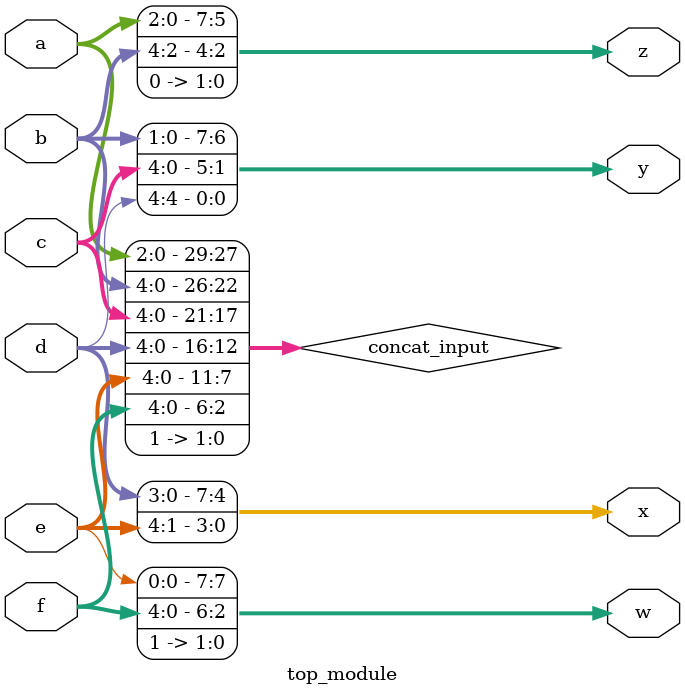
<source format=sv>
module top_module (
    input [4:0] a,
    input [4:0] b,
    input [4:0] c,
    input [4:0] d,
    input [4:0] e,
    input [4:0] f,
    output [7:0] w,
    output [7:0] x,
    output [7:0] y,
    output [7:0] z
);

wire [29:0] concat_input;

assign concat_input = {a, b, c, d, e, f, 2'b11};

assign w = concat_input[7:0];
assign x = concat_input[15:8];
assign y = concat_input[23:16];
assign z = {concat_input[29:24], 2'b00};

endmodule

</source>
